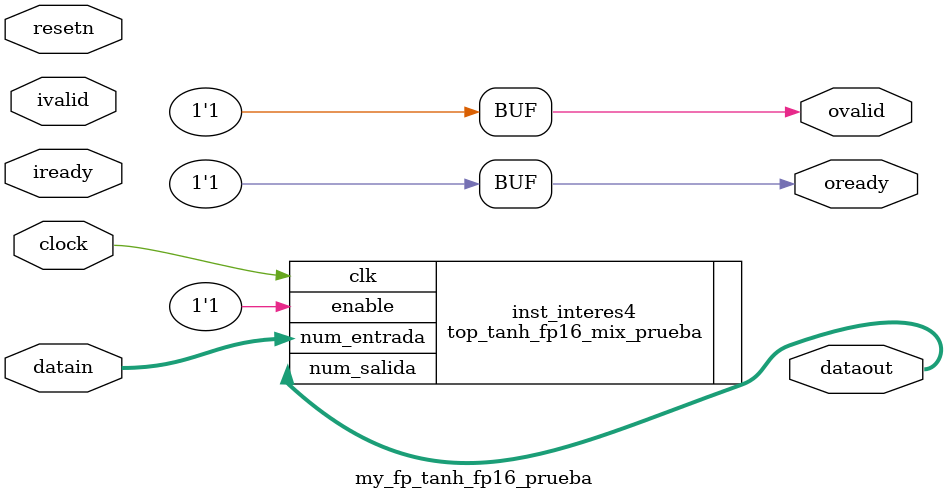
<source format=v>
`timescale 1 ps / 1 ps
module my_fp_tanh_fp16_prueba (

	input   clock,
	input   resetn,
	input   ivalid, 
	input   iready,
	output  ovalid, 
	output  oready,
	input   [31:0]  datain,
	output  [15:0]  dataout);
	
	
  assign ovalid = 1'b1;
  assign oready = 1'b1;
  // ivalid, iready, resetn are ignored
  

	top_tanh_fp16_mix_prueba	inst_interes4(
				.clk(clock),
				.enable(1'b1),
				.num_entrada(datain),
				.num_salida(dataout));

endmodule

</source>
